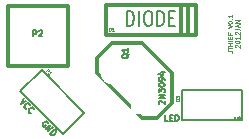
<source format=gto>
G04 (created by PCBNEW-RS274X (2012-01-18 BZR 3371)-testing) date Sun 05 Feb 2012 03:34:20 PM EST*
G01*
G70*
G90*
%MOIN*%
G04 Gerber Fmt 3.4, Leading zero omitted, Abs format*
%FSLAX34Y34*%
G04 APERTURE LIST*
%ADD10C,0.006000*%
%ADD11C,0.002500*%
%ADD12C,0.003800*%
%ADD13C,0.012000*%
%ADD14C,0.008000*%
%ADD15C,0.005000*%
%ADD16C,0.090000*%
%ADD17R,0.090000X0.090000*%
%ADD18R,0.080000X0.080000*%
%ADD19C,0.080000*%
%ADD20R,0.075000X0.075000*%
%ADD21C,0.075000*%
G04 APERTURE END LIST*
G54D10*
G54D11*
X23591Y-16376D02*
X23581Y-16380D01*
X23562Y-16380D01*
X23553Y-16376D01*
X23548Y-16371D01*
X23543Y-16361D01*
X23543Y-16333D01*
X23548Y-16323D01*
X23553Y-16319D01*
X23562Y-16314D01*
X23581Y-16314D01*
X23591Y-16319D01*
X23677Y-16380D02*
X23677Y-16328D01*
X23672Y-16319D01*
X23662Y-16314D01*
X23643Y-16314D01*
X23634Y-16319D01*
X23677Y-16376D02*
X23667Y-16380D01*
X23643Y-16380D01*
X23634Y-16376D01*
X23629Y-16366D01*
X23629Y-16357D01*
X23634Y-16347D01*
X23643Y-16342D01*
X23667Y-16342D01*
X23677Y-16338D01*
X23710Y-16314D02*
X23748Y-16314D01*
X23724Y-16280D02*
X23724Y-16366D01*
X23729Y-16376D01*
X23738Y-16380D01*
X23748Y-16380D01*
G54D12*
X23331Y-14131D02*
X23438Y-14131D01*
X23459Y-14139D01*
X23474Y-14153D01*
X23481Y-14174D01*
X23481Y-14189D01*
X23331Y-14082D02*
X23331Y-13996D01*
X23481Y-14039D02*
X23331Y-14039D01*
X23481Y-13946D02*
X23331Y-13946D01*
X23402Y-13946D02*
X23402Y-13861D01*
X23481Y-13861D02*
X23331Y-13861D01*
X23481Y-13789D02*
X23331Y-13789D01*
X23402Y-13718D02*
X23402Y-13668D01*
X23481Y-13647D02*
X23481Y-13718D01*
X23331Y-13718D01*
X23331Y-13647D01*
X23402Y-13532D02*
X23402Y-13582D01*
X23481Y-13582D02*
X23331Y-13582D01*
X23331Y-13511D01*
X23331Y-13361D02*
X23481Y-13311D01*
X23331Y-13261D01*
X23331Y-13182D02*
X23331Y-13167D01*
X23338Y-13153D01*
X23345Y-13146D01*
X23359Y-13139D01*
X23388Y-13132D01*
X23424Y-13132D01*
X23452Y-13139D01*
X23466Y-13146D01*
X23474Y-13153D01*
X23481Y-13167D01*
X23481Y-13182D01*
X23474Y-13196D01*
X23466Y-13203D01*
X23452Y-13210D01*
X23424Y-13217D01*
X23388Y-13217D01*
X23359Y-13210D01*
X23345Y-13203D01*
X23338Y-13196D01*
X23331Y-13182D01*
X23466Y-13067D02*
X23474Y-13060D01*
X23481Y-13067D01*
X23474Y-13074D01*
X23466Y-13067D01*
X23481Y-13067D01*
X23481Y-12918D02*
X23481Y-13003D01*
X23481Y-12961D02*
X23331Y-12961D01*
X23352Y-12975D01*
X23366Y-12989D01*
X23374Y-13003D01*
X23593Y-14007D02*
X23586Y-14000D01*
X23579Y-13986D01*
X23579Y-13950D01*
X23586Y-13936D01*
X23593Y-13929D01*
X23607Y-13922D01*
X23622Y-13922D01*
X23643Y-13929D01*
X23729Y-14015D01*
X23729Y-13922D01*
X23579Y-13829D02*
X23579Y-13814D01*
X23586Y-13800D01*
X23593Y-13793D01*
X23607Y-13786D01*
X23636Y-13779D01*
X23672Y-13779D01*
X23700Y-13786D01*
X23714Y-13793D01*
X23722Y-13800D01*
X23729Y-13814D01*
X23729Y-13829D01*
X23722Y-13843D01*
X23714Y-13850D01*
X23700Y-13857D01*
X23672Y-13864D01*
X23636Y-13864D01*
X23607Y-13857D01*
X23593Y-13850D01*
X23586Y-13843D01*
X23579Y-13829D01*
X23729Y-13636D02*
X23729Y-13721D01*
X23729Y-13679D02*
X23579Y-13679D01*
X23600Y-13693D01*
X23614Y-13707D01*
X23622Y-13721D01*
X23593Y-13578D02*
X23586Y-13571D01*
X23579Y-13557D01*
X23579Y-13521D01*
X23586Y-13507D01*
X23593Y-13500D01*
X23607Y-13493D01*
X23622Y-13493D01*
X23643Y-13500D01*
X23729Y-13586D01*
X23729Y-13493D01*
X23579Y-13385D02*
X23686Y-13385D01*
X23707Y-13393D01*
X23722Y-13407D01*
X23729Y-13428D01*
X23729Y-13443D01*
X23686Y-13321D02*
X23686Y-13250D01*
X23729Y-13336D02*
X23579Y-13286D01*
X23729Y-13236D01*
X23729Y-13185D02*
X23579Y-13185D01*
X23729Y-13100D01*
X23579Y-13100D01*
G54D13*
X19270Y-12590D02*
X22270Y-12590D01*
X22270Y-12590D02*
X22270Y-13590D01*
X22270Y-13590D02*
X19270Y-13590D01*
X19270Y-13590D02*
X19270Y-12590D01*
X22020Y-12590D02*
X22020Y-13590D01*
X21770Y-13590D02*
X21770Y-12590D01*
X19270Y-13090D02*
X18770Y-13090D01*
X22270Y-13090D02*
X22770Y-13090D01*
G54D10*
X21810Y-16440D02*
X21810Y-15440D01*
X21810Y-15440D02*
X23810Y-15440D01*
X23810Y-15440D02*
X23810Y-16440D01*
X23810Y-16440D02*
X21810Y-16440D01*
G54D13*
X18960Y-14870D02*
X20460Y-16370D01*
X20460Y-16370D02*
X20960Y-16370D01*
X20960Y-16370D02*
X21460Y-15870D01*
X21460Y-15870D02*
X21460Y-14870D01*
X21460Y-14870D02*
X20460Y-13870D01*
X20460Y-13870D02*
X19460Y-13870D01*
X19460Y-13870D02*
X18960Y-14370D01*
X18960Y-14370D02*
X18960Y-14870D01*
G54D10*
X16419Y-15476D02*
X17126Y-14769D01*
X17126Y-14769D02*
X18541Y-16184D01*
X18541Y-16184D02*
X17834Y-16891D01*
X17834Y-16891D02*
X16419Y-15476D01*
G54D13*
X16000Y-12630D02*
X18000Y-12630D01*
X18000Y-12630D02*
X18000Y-14630D01*
X18000Y-14630D02*
X16000Y-14630D01*
X16000Y-14630D02*
X16000Y-12630D01*
G54D11*
X19387Y-13450D02*
X19387Y-13350D01*
X19411Y-13350D01*
X19425Y-13355D01*
X19434Y-13365D01*
X19439Y-13374D01*
X19444Y-13393D01*
X19444Y-13408D01*
X19439Y-13427D01*
X19434Y-13436D01*
X19425Y-13446D01*
X19411Y-13450D01*
X19387Y-13450D01*
X19539Y-13450D02*
X19482Y-13450D01*
X19511Y-13450D02*
X19511Y-13350D01*
X19501Y-13365D01*
X19492Y-13374D01*
X19482Y-13379D01*
G54D14*
X19980Y-13292D02*
X19980Y-12792D01*
X20075Y-12792D01*
X20133Y-12816D01*
X20171Y-12864D01*
X20190Y-12911D01*
X20209Y-13007D01*
X20209Y-13078D01*
X20190Y-13173D01*
X20171Y-13221D01*
X20133Y-13269D01*
X20075Y-13292D01*
X19980Y-13292D01*
X20380Y-13292D02*
X20380Y-12792D01*
X20646Y-12792D02*
X20723Y-12792D01*
X20761Y-12816D01*
X20799Y-12864D01*
X20818Y-12959D01*
X20818Y-13126D01*
X20799Y-13221D01*
X20761Y-13269D01*
X20723Y-13292D01*
X20646Y-13292D01*
X20608Y-13269D01*
X20570Y-13221D01*
X20551Y-13126D01*
X20551Y-12959D01*
X20570Y-12864D01*
X20608Y-12816D01*
X20646Y-12792D01*
X20989Y-13292D02*
X20989Y-12792D01*
X21084Y-12792D01*
X21142Y-12816D01*
X21180Y-12864D01*
X21199Y-12911D01*
X21218Y-13007D01*
X21218Y-13078D01*
X21199Y-13173D01*
X21180Y-13221D01*
X21142Y-13269D01*
X21084Y-13292D01*
X20989Y-13292D01*
X21389Y-13030D02*
X21523Y-13030D01*
X21580Y-13292D02*
X21389Y-13292D01*
X21389Y-12792D01*
X21580Y-12792D01*
G54D11*
X21710Y-15783D02*
X21610Y-15783D01*
X21610Y-15759D01*
X21615Y-15745D01*
X21625Y-15736D01*
X21634Y-15731D01*
X21653Y-15726D01*
X21668Y-15726D01*
X21687Y-15731D01*
X21696Y-15736D01*
X21706Y-15745D01*
X21710Y-15759D01*
X21710Y-15783D01*
X21610Y-15693D02*
X21610Y-15631D01*
X21649Y-15664D01*
X21649Y-15650D01*
X21653Y-15640D01*
X21658Y-15636D01*
X21668Y-15631D01*
X21691Y-15631D01*
X21701Y-15636D01*
X21706Y-15640D01*
X21710Y-15650D01*
X21710Y-15678D01*
X21706Y-15688D01*
X21701Y-15693D01*
G54D15*
X21342Y-16451D02*
X21247Y-16451D01*
X21247Y-16251D01*
X21409Y-16346D02*
X21475Y-16346D01*
X21504Y-16451D02*
X21409Y-16451D01*
X21409Y-16251D01*
X21504Y-16251D01*
X21590Y-16451D02*
X21590Y-16251D01*
X21637Y-16251D01*
X21666Y-16260D01*
X21685Y-16280D01*
X21694Y-16299D01*
X21704Y-16337D01*
X21704Y-16365D01*
X21694Y-16403D01*
X21685Y-16422D01*
X21666Y-16441D01*
X21637Y-16451D01*
X21590Y-16451D01*
X20040Y-14219D02*
X20030Y-14238D01*
X20011Y-14257D01*
X19983Y-14286D01*
X19973Y-14305D01*
X19973Y-14324D01*
X20021Y-14314D02*
X20011Y-14333D01*
X19992Y-14352D01*
X19954Y-14362D01*
X19888Y-14362D01*
X19850Y-14352D01*
X19830Y-14333D01*
X19821Y-14314D01*
X19821Y-14276D01*
X19830Y-14257D01*
X19850Y-14238D01*
X19888Y-14229D01*
X19954Y-14229D01*
X19992Y-14238D01*
X20011Y-14257D01*
X20021Y-14276D01*
X20021Y-14314D01*
X20021Y-14038D02*
X20021Y-14152D01*
X20021Y-14095D02*
X19821Y-14095D01*
X19850Y-14114D01*
X19869Y-14133D01*
X19878Y-14152D01*
X21050Y-15902D02*
X21040Y-15892D01*
X21031Y-15873D01*
X21031Y-15826D01*
X21040Y-15807D01*
X21050Y-15797D01*
X21069Y-15788D01*
X21088Y-15788D01*
X21117Y-15797D01*
X21231Y-15911D01*
X21231Y-15788D01*
X21231Y-15702D02*
X21031Y-15702D01*
X21231Y-15588D01*
X21031Y-15588D01*
X21031Y-15511D02*
X21031Y-15388D01*
X21107Y-15454D01*
X21107Y-15426D01*
X21117Y-15407D01*
X21126Y-15397D01*
X21145Y-15388D01*
X21193Y-15388D01*
X21212Y-15397D01*
X21221Y-15407D01*
X21231Y-15426D01*
X21231Y-15483D01*
X21221Y-15502D01*
X21212Y-15511D01*
X21031Y-15264D02*
X21031Y-15245D01*
X21040Y-15226D01*
X21050Y-15217D01*
X21069Y-15207D01*
X21107Y-15198D01*
X21155Y-15198D01*
X21193Y-15207D01*
X21212Y-15217D01*
X21221Y-15226D01*
X21231Y-15245D01*
X21231Y-15264D01*
X21221Y-15283D01*
X21212Y-15293D01*
X21193Y-15302D01*
X21155Y-15312D01*
X21107Y-15312D01*
X21069Y-15302D01*
X21050Y-15293D01*
X21040Y-15283D01*
X21031Y-15264D01*
X21231Y-15103D02*
X21231Y-15065D01*
X21221Y-15046D01*
X21212Y-15036D01*
X21183Y-15017D01*
X21145Y-15008D01*
X21069Y-15008D01*
X21050Y-15017D01*
X21040Y-15027D01*
X21031Y-15046D01*
X21031Y-15084D01*
X21040Y-15103D01*
X21050Y-15112D01*
X21069Y-15122D01*
X21117Y-15122D01*
X21136Y-15112D01*
X21145Y-15103D01*
X21155Y-15084D01*
X21155Y-15046D01*
X21145Y-15027D01*
X21136Y-15017D01*
X21117Y-15008D01*
X21098Y-14837D02*
X21231Y-14837D01*
X21021Y-14884D02*
X21164Y-14932D01*
X21164Y-14808D01*
G54D11*
X17280Y-14807D02*
X17351Y-14736D01*
X17378Y-14763D01*
X17381Y-14773D01*
X17381Y-14780D01*
X17377Y-14790D01*
X17367Y-14800D01*
X17357Y-14803D01*
X17350Y-14803D01*
X17340Y-14800D01*
X17313Y-14773D01*
X17388Y-14914D02*
X17347Y-14874D01*
X17368Y-14894D02*
X17438Y-14824D01*
X17421Y-14827D01*
X17408Y-14827D01*
X17397Y-14824D01*
G54D15*
X16529Y-15701D02*
X16435Y-15890D01*
X16623Y-15795D01*
X16623Y-16051D02*
X16610Y-16050D01*
X16583Y-16037D01*
X16569Y-16024D01*
X16556Y-15996D01*
X16556Y-15970D01*
X16563Y-15950D01*
X16583Y-15916D01*
X16603Y-15896D01*
X16637Y-15876D01*
X16656Y-15869D01*
X16684Y-15868D01*
X16711Y-15883D01*
X16724Y-15896D01*
X16738Y-15922D01*
X16738Y-15936D01*
X16765Y-16192D02*
X16751Y-16192D01*
X16724Y-16179D01*
X16711Y-16165D01*
X16697Y-16138D01*
X16697Y-16111D01*
X16705Y-16091D01*
X16724Y-16057D01*
X16744Y-16037D01*
X16778Y-16018D01*
X16798Y-16011D01*
X16825Y-16010D01*
X16852Y-16024D01*
X16866Y-16037D01*
X16879Y-16064D01*
X16879Y-16078D01*
X17343Y-16527D02*
X17336Y-16508D01*
X17316Y-16488D01*
X17289Y-16474D01*
X17262Y-16474D01*
X17242Y-16482D01*
X17208Y-16501D01*
X17188Y-16521D01*
X17168Y-16555D01*
X17161Y-16575D01*
X17161Y-16602D01*
X17175Y-16629D01*
X17188Y-16643D01*
X17215Y-16655D01*
X17228Y-16656D01*
X17276Y-16609D01*
X17249Y-16582D01*
X17276Y-16730D02*
X17417Y-16589D01*
X17356Y-16811D01*
X17498Y-16670D01*
X17424Y-16879D02*
X17566Y-16737D01*
X17599Y-16771D01*
X17613Y-16798D01*
X17612Y-16825D01*
X17605Y-16845D01*
X17586Y-16879D01*
X17566Y-16899D01*
X17532Y-16919D01*
X17512Y-16926D01*
X17485Y-16926D01*
X17458Y-16912D01*
X17424Y-16879D01*
X16853Y-13641D02*
X16853Y-13441D01*
X16929Y-13441D01*
X16948Y-13450D01*
X16957Y-13460D01*
X16967Y-13479D01*
X16967Y-13508D01*
X16957Y-13527D01*
X16948Y-13536D01*
X16929Y-13546D01*
X16853Y-13546D01*
X17043Y-13460D02*
X17053Y-13450D01*
X17072Y-13441D01*
X17119Y-13441D01*
X17138Y-13450D01*
X17148Y-13460D01*
X17157Y-13479D01*
X17157Y-13498D01*
X17148Y-13527D01*
X17034Y-13641D01*
X17157Y-13641D01*
%LPC*%
G54D16*
X18770Y-13090D03*
G54D17*
X22770Y-13090D03*
G54D18*
X22310Y-15940D03*
G54D19*
X23310Y-15940D03*
G54D20*
X20460Y-15870D03*
G54D21*
X20460Y-14870D03*
X19460Y-14870D03*
G54D10*
G36*
X16560Y-15476D02*
X17126Y-14910D01*
X17692Y-15476D01*
X17126Y-16042D01*
X16560Y-15476D01*
X16560Y-15476D01*
G37*
G54D19*
X17834Y-16184D03*
G54D18*
X16500Y-14130D03*
G54D19*
X16500Y-13130D03*
X17500Y-14130D03*
X17500Y-13130D03*
M02*

</source>
